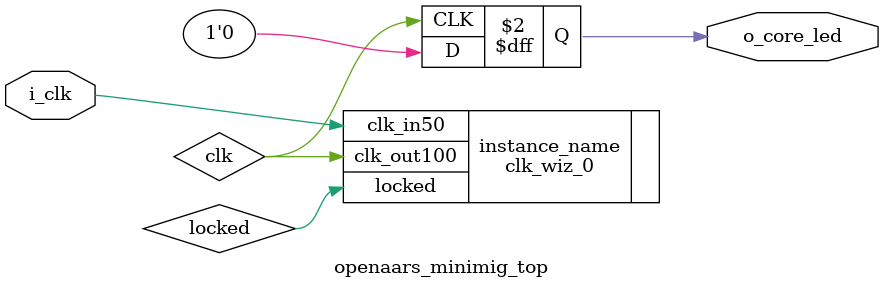
<source format=v>
`timescale 1ns / 1ps


module openaars_minimig_top(
    // Core board pins
    input i_clk,
    output reg o_core_led
    
    );
    
    // System wires
    wire clk;
    wire locked;
    
   // Clock IP
   clk_wiz_0 instance_name
   (
        // Clock out ports
        .clk_out100(clk),      // output clk_out100
        // Status and control signals
        .locked(locked),       // output locked
        // Clock in ports
        .clk_in50(i_clk)       // input clk_in50
    );
    
    // Enable LED on the board as test
    always @(posedge clk) begin
        // Turn on LED
        o_core_led <= 1'b0;
    end
    
endmodule

</source>
